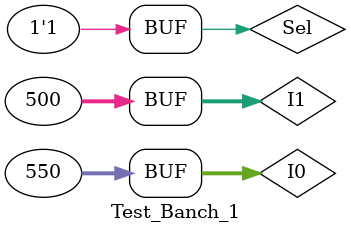
<source format=v>
`timescale 1ns / 1ps
`timescale 1ns / 1ps

module Test_Banch_1;
  wire [31:0] Out;
  reg [31:0] I1, I0;
  reg Sel;
  
  HW5_1 UUT (Out, I1, I0, Sel);
initial begin
  #0 I1=0; I0 = 0; Sel = 0;
  #100 I1 = 100; I0 = 50; Sel = 1;
  #100 I1 = 200; I0 = 150; Sel = 0;
  #100 I1 = 300; I0 = 250; Sel = 1;
  #100 I1 = 400; I0 = 350; Sel = 0;
  #100 I1 = 400; I0 = 450; Sel = 0;
  #100 I1 = 500; I0 = 550; Sel = 0;
  #100 I1 = 500; I0 = 550; Sel = 1;
end
endmodule
</source>
